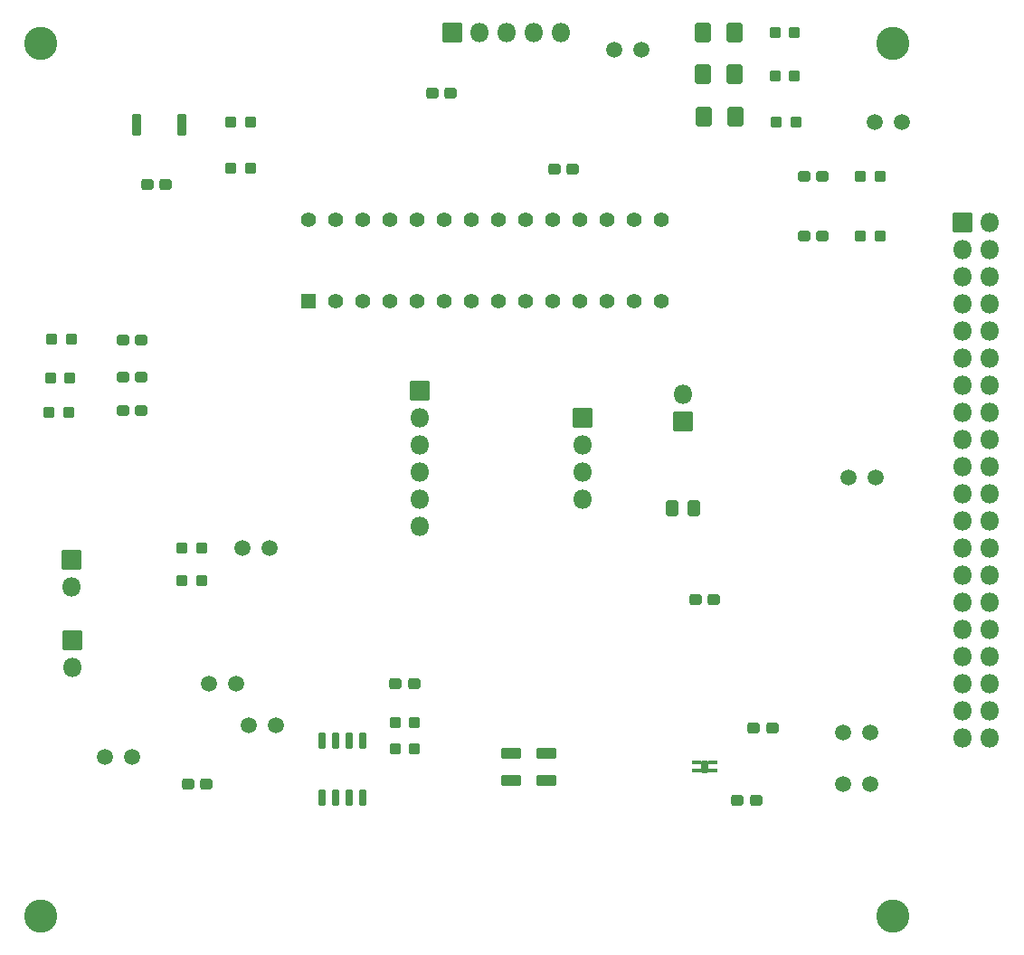
<source format=gts>
%TF.GenerationSoftware,KiCad,Pcbnew,(6.0.1)*%
%TF.CreationDate,2022-03-21T02:34:04-06:00*%
%TF.ProjectId,ColoradoCUBE_Payload,436f6c6f-7261-4646-9f43-5542455f5061,rev?*%
%TF.SameCoordinates,Original*%
%TF.FileFunction,Soldermask,Top*%
%TF.FilePolarity,Negative*%
%FSLAX46Y46*%
G04 Gerber Fmt 4.6, Leading zero omitted, Abs format (unit mm)*
G04 Created by KiCad (PCBNEW (6.0.1)) date 2022-03-21 02:34:04*
%MOMM*%
%LPD*%
G01*
G04 APERTURE LIST*
G04 Aperture macros list*
%AMRoundRect*
0 Rectangle with rounded corners*
0 $1 Rounding radius*
0 $2 $3 $4 $5 $6 $7 $8 $9 X,Y pos of 4 corners*
0 Add a 4 corners polygon primitive as box body*
4,1,4,$2,$3,$4,$5,$6,$7,$8,$9,$2,$3,0*
0 Add four circle primitives for the rounded corners*
1,1,$1+$1,$2,$3*
1,1,$1+$1,$4,$5*
1,1,$1+$1,$6,$7*
1,1,$1+$1,$8,$9*
0 Add four rect primitives between the rounded corners*
20,1,$1+$1,$2,$3,$4,$5,0*
20,1,$1+$1,$4,$5,$6,$7,0*
20,1,$1+$1,$6,$7,$8,$9,0*
20,1,$1+$1,$8,$9,$2,$3,0*%
G04 Aperture macros list end*
%ADD10C,1.501600*%
%ADD11RoundRect,0.288300X0.300000X0.237500X-0.300000X0.237500X-0.300000X-0.237500X0.300000X-0.237500X0*%
%ADD12RoundRect,0.288300X0.250000X0.237500X-0.250000X0.237500X-0.250000X-0.237500X0.250000X-0.237500X0*%
%ADD13RoundRect,0.288300X-0.287500X-0.237500X0.287500X-0.237500X0.287500X0.237500X-0.287500X0.237500X0*%
%ADD14RoundRect,0.050800X0.850900X0.444500X-0.850900X0.444500X-0.850900X-0.444500X0.850900X-0.444500X0*%
%ADD15RoundRect,0.288300X-0.300000X-0.237500X0.300000X-0.237500X0.300000X0.237500X-0.300000X0.237500X0*%
%ADD16RoundRect,0.050800X0.660400X-0.660400X0.660400X0.660400X-0.660400X0.660400X-0.660400X-0.660400X0*%
%ADD17C,1.422400*%
%ADD18RoundRect,0.050800X-0.850000X-0.850000X0.850000X-0.850000X0.850000X0.850000X-0.850000X0.850000X0*%
%ADD19O,1.801600X1.801600*%
%ADD20RoundRect,0.300801X-0.462499X-0.624999X0.462499X-0.624999X0.462499X0.624999X-0.462499X0.624999X0*%
%ADD21C,3.101600*%
%ADD22RoundRect,0.050800X-0.355600X-0.152400X0.355600X-0.152400X0.355600X0.152400X-0.355600X0.152400X0*%
%ADD23RoundRect,0.050800X-0.254000X-0.546100X0.254000X-0.546100X0.254000X0.546100X-0.254000X0.546100X0*%
%ADD24RoundRect,0.288300X-0.250000X-0.237500X0.250000X-0.237500X0.250000X0.237500X-0.250000X0.237500X0*%
%ADD25RoundRect,0.250800X-0.200000X-0.800000X0.200000X-0.800000X0.200000X0.800000X-0.200000X0.800000X0*%
%ADD26RoundRect,0.050800X0.850000X0.850000X-0.850000X0.850000X-0.850000X-0.850000X0.850000X-0.850000X0*%
%ADD27RoundRect,0.300800X-0.325000X-0.450000X0.325000X-0.450000X0.325000X0.450000X-0.325000X0.450000X0*%
%ADD28RoundRect,0.050800X0.279400X-0.698500X0.279400X0.698500X-0.279400X0.698500X-0.279400X-0.698500X0*%
%ADD29RoundRect,0.050800X0.850000X-0.850000X0.850000X0.850000X-0.850000X0.850000X-0.850000X-0.850000X0*%
G04 APERTURE END LIST*
D10*
X162306000Y-46863000D03*
X164846000Y-46863000D03*
D11*
X143610500Y-106172000D03*
X141885500Y-106172000D03*
D12*
X111402500Y-77597000D03*
X109577500Y-77597000D03*
D13*
X116346000Y-74041000D03*
X118096000Y-74041000D03*
D11*
X171677500Y-98298000D03*
X169952500Y-98298000D03*
D14*
X155954999Y-115296950D03*
X155954999Y-112756950D03*
X152655001Y-112756950D03*
X152655001Y-115296950D03*
D15*
X118644500Y-59436000D03*
X120369500Y-59436000D03*
D11*
X177138500Y-110363000D03*
X175413500Y-110363000D03*
D16*
X133731000Y-70358000D03*
D17*
X136271000Y-70358000D03*
X138811000Y-70358000D03*
X141351000Y-70358000D03*
X143891000Y-70358000D03*
X146431000Y-70358000D03*
X148971000Y-70358000D03*
X151511000Y-70358000D03*
X154051000Y-70358000D03*
X156591000Y-70358000D03*
X159131000Y-70358000D03*
X161671000Y-70358000D03*
X164211000Y-70358000D03*
X166751000Y-70358000D03*
X166751000Y-62738000D03*
X164211000Y-62738000D03*
X161671000Y-62738000D03*
X159131000Y-62738000D03*
X156591000Y-62738000D03*
X154051000Y-62738000D03*
X151511000Y-62738000D03*
X148971000Y-62738000D03*
X146431000Y-62738000D03*
X143891000Y-62738000D03*
X141351000Y-62738000D03*
X138811000Y-62738000D03*
X136271000Y-62738000D03*
X133731000Y-62738000D03*
D18*
X159385000Y-81280000D03*
D19*
X159385000Y-83820000D03*
X159385000Y-86360000D03*
X159385000Y-88900000D03*
D12*
X111275500Y-80772000D03*
X109450500Y-80772000D03*
X123721500Y-93472000D03*
X121896500Y-93472000D03*
D20*
X170724500Y-53086000D03*
X173699500Y-53086000D03*
D10*
X126980000Y-106172000D03*
X124440000Y-106172000D03*
D21*
X108683000Y-46230000D03*
D22*
X170065700Y-113572951D03*
X170065700Y-114372949D03*
X171564300Y-114372949D03*
X171564300Y-113572951D03*
D23*
X170815000Y-113972950D03*
D12*
X123721500Y-96520000D03*
X121896500Y-96520000D03*
D10*
X127528000Y-93472000D03*
X130068000Y-93472000D03*
D18*
X144145000Y-78740000D03*
D19*
X144145000Y-81280000D03*
X144145000Y-83820000D03*
X144145000Y-86360000D03*
X144145000Y-88900000D03*
X144145000Y-91440000D03*
D11*
X124179500Y-115570000D03*
X122454500Y-115570000D03*
D10*
X183769000Y-110744000D03*
X186309000Y-110744000D03*
D24*
X177522500Y-53594000D03*
X179347500Y-53594000D03*
D12*
X143660500Y-112268000D03*
X141835500Y-112268000D03*
D24*
X177395500Y-45212000D03*
X179220500Y-45212000D03*
D10*
X186690000Y-53594000D03*
X189230000Y-53594000D03*
D21*
X108683000Y-127930000D03*
D10*
X183769000Y-115570000D03*
X186309000Y-115570000D03*
D13*
X180100000Y-58674000D03*
X181850000Y-58674000D03*
D20*
X170597500Y-45212000D03*
X173572500Y-45212000D03*
D21*
X188383000Y-46230000D03*
D25*
X117661000Y-53848000D03*
X121861000Y-53848000D03*
D26*
X168783000Y-81666000D03*
D19*
X168783000Y-79126000D03*
D27*
X167758000Y-89789000D03*
X169808000Y-89789000D03*
D24*
X177395500Y-49276000D03*
X179220500Y-49276000D03*
D10*
X184277000Y-86868000D03*
X186817000Y-86868000D03*
D24*
X185396500Y-64262000D03*
X187221500Y-64262000D03*
X141835500Y-109855000D03*
X143660500Y-109855000D03*
D28*
X134969250Y-116890800D03*
X136239250Y-116890800D03*
X137509250Y-116890800D03*
X138779250Y-116890800D03*
X138779250Y-111582200D03*
X137509250Y-111582200D03*
X136239250Y-111582200D03*
X134969250Y-111582200D03*
D12*
X111529500Y-73914000D03*
X109704500Y-73914000D03*
D24*
X126468500Y-57912000D03*
X128293500Y-57912000D03*
D11*
X158469500Y-58039000D03*
X156744500Y-58039000D03*
X147039500Y-50927000D03*
X145314500Y-50927000D03*
D24*
X185396500Y-58674000D03*
X187221500Y-58674000D03*
X126468500Y-53594000D03*
X128293500Y-53594000D03*
D10*
X128143000Y-110109000D03*
X130683000Y-110109000D03*
X114681000Y-113030000D03*
X117221000Y-113030000D03*
D29*
X147193000Y-45212000D03*
D19*
X149733000Y-45212000D03*
X152273000Y-45212000D03*
X154813000Y-45212000D03*
X157353000Y-45212000D03*
D21*
X188383000Y-127930000D03*
D13*
X116346000Y-80645000D03*
X118096000Y-80645000D03*
D15*
X173889500Y-117094000D03*
X175614500Y-117094000D03*
D18*
X111633000Y-102108000D03*
D19*
X111633000Y-104648000D03*
D13*
X180100000Y-64262000D03*
X181850000Y-64262000D03*
D18*
X111506000Y-94615000D03*
D19*
X111506000Y-97155000D03*
D13*
X116346000Y-77470000D03*
X118096000Y-77470000D03*
D20*
X173572500Y-49149000D03*
X170597500Y-49149000D03*
D18*
X194945000Y-62992000D03*
D19*
X197485000Y-62992000D03*
X194945000Y-65532000D03*
X197485000Y-65532000D03*
X194945000Y-68072000D03*
X197485000Y-68072000D03*
X194945000Y-70612000D03*
X197485000Y-70612000D03*
X194945000Y-73152000D03*
X197485000Y-73152000D03*
X194945000Y-75692000D03*
X197485000Y-75692000D03*
X194945000Y-78232000D03*
X197485000Y-78232000D03*
X194945000Y-80772000D03*
X197485000Y-80772000D03*
X194945000Y-83312000D03*
X197485000Y-83312000D03*
X194945000Y-85852000D03*
X197485000Y-85852000D03*
X194945000Y-88392000D03*
X197485000Y-88392000D03*
X194945000Y-90932000D03*
X197485000Y-90932000D03*
X194945000Y-93472000D03*
X197485000Y-93472000D03*
X194945000Y-96012000D03*
X197485000Y-96012000D03*
X194945000Y-98552000D03*
X197485000Y-98552000D03*
X194945000Y-101092000D03*
X197485000Y-101092000D03*
X194945000Y-103632000D03*
X197485000Y-103632000D03*
X194945000Y-106172000D03*
X197485000Y-106172000D03*
X194945000Y-108712000D03*
X197485000Y-108712000D03*
X194945000Y-111252000D03*
X197485000Y-111252000D03*
M02*

</source>
